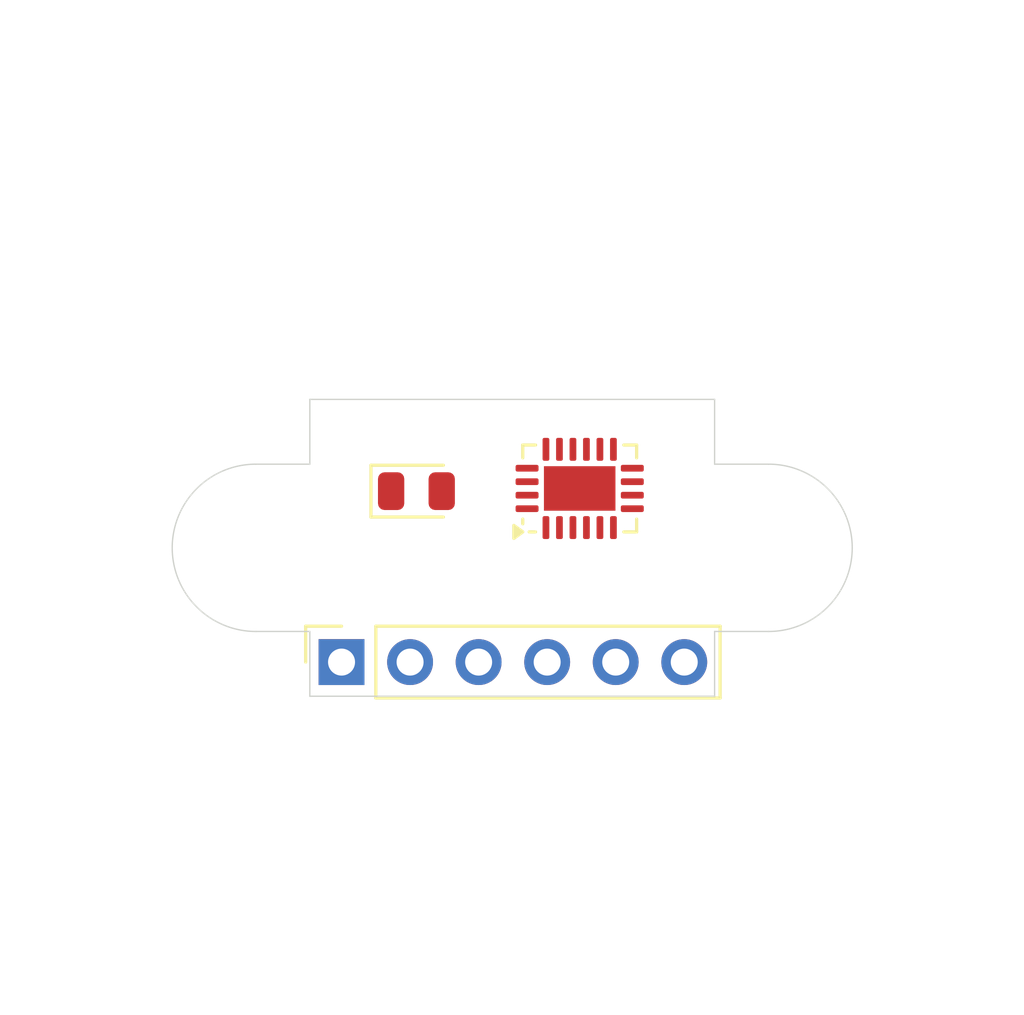
<source format=kicad_pcb>
(kicad_pcb (version 20241229) (generator "pcbnew") (generator_version "9.0")
  (layers (0 "F.Cu" signal) (2 "B.Cu" signal) (13 "F.Paste" user) (15 "B.Paste" user) (5 "F.SilkS" user "F.Silkscreen") (7 "B.SilkS" user "B.Silkscreen") (1 "F.Mask" user) (3 "B.Mask" user) (25 "Edge.Cuts" user))
  (net 0 "")
  (footprint "LED_SMD:LED_0805_2012Metric" (layer "F.Cu") (at 97.25 70.05)
    (property "Reference" "REF**" (hide yes))
    (property "Value" "LED_0805_2012Metric")
    (fp_line (start -1.685 -0.96) (end -1.685 0.96) (stroke (width 0.12)) (layer "F.SilkS"))
    (fp_line (start -1.685 0.96) (end 1 0.96) (stroke (width 0.12)) (layer "F.SilkS"))
    (fp_line (start 1 -0.96) (end -1.685 -0.96) (stroke (width 0.12)) (layer "F.SilkS"))
    (pad "1" smd roundrect (at -0.9375 0) (size 0.975 1.4) (layers "F.Cu" "F.Mask" "F.Paste"))
    (pad "2" smd roundrect (at 0.9375 0) (size 0.975 1.4) (layers "F.Cu" "F.Mask" "F.Paste"))
  )
  (footprint "Package_DFN_QFN:QFN-20-1EP_3x4mm_P0.5mm_EP1.65x2.65mm" (layer "F.Cu") (at 103.3 69.95 90)
    (property "Reference" "REF**" (hide yes))
    (property "Value" "QFN-20-1EP_3x4mm_P0.5mm_EP1.65x2.65mm")
    (fp_line (start 1.61 -2.11) (end 1.61 -1.635001) (stroke (width 0.12)) (layer "F.SilkS"))
    (fp_line (start 1.135 -2.11) (end 1.61 -2.11) (stroke (width 0.12)) (layer "F.SilkS"))
    (fp_line (start -1.135 -2.11) (end -1.31 -2.11) (stroke (width 0.12)) (layer "F.SilkS"))
    (fp_line (start -1.61 -1.635001) (end -1.61 -1.87) (stroke (width 0.12)) (layer "F.SilkS"))
    (fp_line (start 1.61 2.11) (end 1.61 1.635001) (stroke (width 0.12)) (layer "F.SilkS"))
    (fp_line (start 1.135 2.11) (end 1.61 2.11) (stroke (width 0.12)) (layer "F.SilkS"))
    (fp_line (start -1.135 2.11) (end -1.61 2.11) (stroke (width 0.12)) (layer "F.SilkS"))
    (fp_line (start -1.61 2.11) (end -1.61 1.635001) (stroke (width 0.12)) (layer "F.SilkS"))
    (fp_poly (pts (xy -1.61 -2.11) (xy -1.85 -2.44) (xy -1.37 -2.44) (xy -1.61 -2.11)) (stroke (width 0.12)) (fill yes) (layer "F.SilkS"))
    (pad "1" smd roundrect (at -1.45 -1.25 90) (size 0.85 0.25) (layers "F.Cu" "F.Mask" "F.Paste"))
    (pad "2" smd roundrect (at -1.45 -0.75 90) (size 0.85 0.25) (layers "F.Cu" "F.Mask" "F.Paste"))
    (pad "3" smd roundrect (at -1.45 -0.25 90) (size 0.85 0.25) (layers "F.Cu" "F.Mask" "F.Paste"))
    (pad "4" smd roundrect (at -1.45 0.25 90) (size 0.85 0.25) (layers "F.Cu" "F.Mask" "F.Paste"))
    (pad "5" smd roundrect (at -1.45 0.75 90) (size 0.85 0.25) (layers "F.Cu" "F.Mask" "F.Paste"))
    (pad "6" smd roundrect (at -1.45 1.25 90) (size 0.85 0.25) (layers "F.Cu" "F.Mask" "F.Paste"))
    (pad "7" smd roundrect (at -0.75 1.95 90) (size 0.25 0.85) (layers "F.Cu" "F.Mask" "F.Paste"))
    (pad "8" smd roundrect (at -0.25 1.95 90) (size 0.25 0.85) (layers "F.Cu" "F.Mask" "F.Paste"))
    (pad "9" smd roundrect (at 0.25 1.95 90) (size 0.25 0.85) (layers "F.Cu" "F.Mask" "F.Paste"))
    (pad "10" smd roundrect (at 0.75 1.95 90) (size 0.25 0.85) (layers "F.Cu" "F.Mask" "F.Paste"))
    (pad "11" smd roundrect (at 1.45 1.25 90) (size 0.85 0.25) (layers "F.Cu" "F.Mask" "F.Paste"))
    (pad "12" smd roundrect (at 1.45 0.75 90) (size 0.85 0.25) (layers "F.Cu" "F.Mask" "F.Paste"))
    (pad "13" smd roundrect (at 1.45 0.25 90) (size 0.85 0.25) (layers "F.Cu" "F.Mask" "F.Paste"))
    (pad "14" smd roundrect (at 1.45 -0.25 90) (size 0.85 0.25) (layers "F.Cu" "F.Mask" "F.Paste"))
    (pad "15" smd roundrect (at 1.45 -0.75 90) (size 0.85 0.25) (layers "F.Cu" "F.Mask" "F.Paste"))
    (pad "16" smd roundrect (at 1.45 -1.25 90) (size 0.85 0.25) (layers "F.Cu" "F.Mask" "F.Paste"))
    (pad "17" smd roundrect (at 0.75 -1.95 90) (size 0.25 0.85) (layers "F.Cu" "F.Mask" "F.Paste"))
    (pad "18" smd roundrect (at 0.25 -1.95 90) (size 0.25 0.85) (layers "F.Cu" "F.Mask" "F.Paste"))
    (pad "19" smd roundrect (at -0.25 -1.95 90) (size 0.25 0.85) (layers "F.Cu" "F.Mask" "F.Paste"))
    (pad "20" smd roundrect (at -0.75 -1.95 90) (size 0.25 0.85) (layers "F.Cu" "F.Mask" "F.Paste"))
    (pad "21" smd rect (at 0 0 90) (size 1.65 2.65) (property pad_prop_heatsink) (layers "F.Cu" "F.Mask"))
  )
  (footprint "Connector_PinSocket_2.54mm:PinSocket_1x06_P2.54mm_Vertical" (layer "F.Cu") (at 94.475 76.385 90)
    (property "Reference" "REF**" (hide yes))
    (property "Value" "PinSocket_1x06_P2.54mm_Vertical")
    (fp_line (start 1.33 -1.33) (end 1.33 0) (stroke (width 0.12)) (layer "F.SilkS") (net 7798903))
    (fp_line (start 0 -1.33) (end 1.33 -1.33) (stroke (width 0.12)) (layer "F.SilkS") (net 7798903))
    (fp_line (start 1.33 1.270001) (end 1.33 14.03) (stroke (width 0.12)) (layer "F.SilkS") (net 7798903))
    (fp_line (start -1.33 1.270001) (end 1.33 1.270001) (stroke (width 0.12)) (layer "F.SilkS") (net 7798903))
    (fp_line (start -1.33 1.270001) (end -1.33 14.03) (stroke (width 0.12)) (layer "F.SilkS") (net 7798903))
    (fp_line (start -1.33 14.03) (end 1.33 14.03) (stroke (width 0.12)) (layer "F.SilkS") (net 7798903))
    (pad "1" thru_hole rect (at 0 0 90) (size 1.7 1.7) (drill 1) (layers "*.Cu" "*.Mask"))
    (pad "2" thru_hole oval (at 0 2.54 90) (size 1.7 1.7) (drill 1) (layers "*.Cu" "*.Mask"))
    (pad "3" thru_hole oval (at 0 5.079999 90) (size 1.7 1.7) (drill 1) (layers "*.Cu" "*.Mask"))
    (pad "4" thru_hole oval (at 0 7.62 90) (size 1.7 1.7) (drill 1) (layers "*.Cu" "*.Mask"))
    (pad "5" thru_hole oval (at 0 10.16 90) (size 1.7 1.7) (drill 1) (layers "*.Cu" "*.Mask"))
    (pad "6" thru_hole oval (at 0 12.7 90) (size 1.7 1.7) (drill 1) (layers "*.Cu" "*.Mask"))
  )
  (footprint "MountingHole:MountingHole_3.2mm_M3" (layer "F.Cu") (at 91.299999 72.15 180)
    (property "Reference" "REF**" (hide yes))
    (property "Value" "MountingHole_3.2mm_M3")
    (pad "" np_thru_hole circle (at 0 0 180) (size 3.2 3.2) (drill 3.2) (layers "*.Cu" "*.Mask"))
  )
  (footprint "MountingHole:MountingHole_3.2mm_M3" (layer "F.Cu") (at 110.3 72.15)
    (property "Reference" "REF**" (hide yes))
    (property "Value" "MountingHole_3.2mm_M3")
    (pad "" np_thru_hole circle (at 0 0) (size 3.2 3.2) (drill 3.2) (layers "*.Cu" "*.Mask"))
  )
  (gr_line (start 110.3 69.05) (end 108.3 69.05) (stroke (width 0.05)) (layer "Edge.Cuts"))
  (gr_line (start 91.299999 69.05) (end 93.3 69.05) (stroke (width 0.05)) (layer "Edge.Cuts"))
  (gr_line (start 93.3 66.65) (end 108.3 66.65) (stroke (width 0.05)) (layer "Edge.Cuts"))
  (gr_line (start 93.3 77.65) (end 93.3 75.25) (stroke (width 0.05)) (layer "Edge.Cuts"))
  (gr_line (start 110.3 75.25) (end 108.3 75.25) (stroke (width 0.05)) (layer "Edge.Cuts"))
  (gr_arc (start 110.3 69.05) (mid 113.4 72.15) (end 110.3 75.25) (stroke (width 0.05)) (layer "Edge.Cuts"))
  (gr_line (start 108.3 75.25) (end 108.3 77.65) (stroke (width 0.05)) (layer "Edge.Cuts"))
  (gr_arc (start 91.299999 75.25) (mid 88.199999 72.15) (end 91.299999 69.05) (stroke (width 0.05)) (layer "Edge.Cuts"))
  (gr_line (start 91.299999 75.25) (end 93.3 75.25) (stroke (width 0.05)) (layer "Edge.Cuts"))
  (gr_line (start 93.3 69.05) (end 93.3 66.65) (stroke (width 0.05)) (layer "Edge.Cuts"))
  (gr_line (start 108.3 77.65) (end 93.3 77.65) (stroke (width 0.05)) (layer "Edge.Cuts"))
  (gr_line (start 108.3 66.65) (end 108.3 69.05) (stroke (width 0.05)) (layer "Edge.Cuts"))
)
</source>
